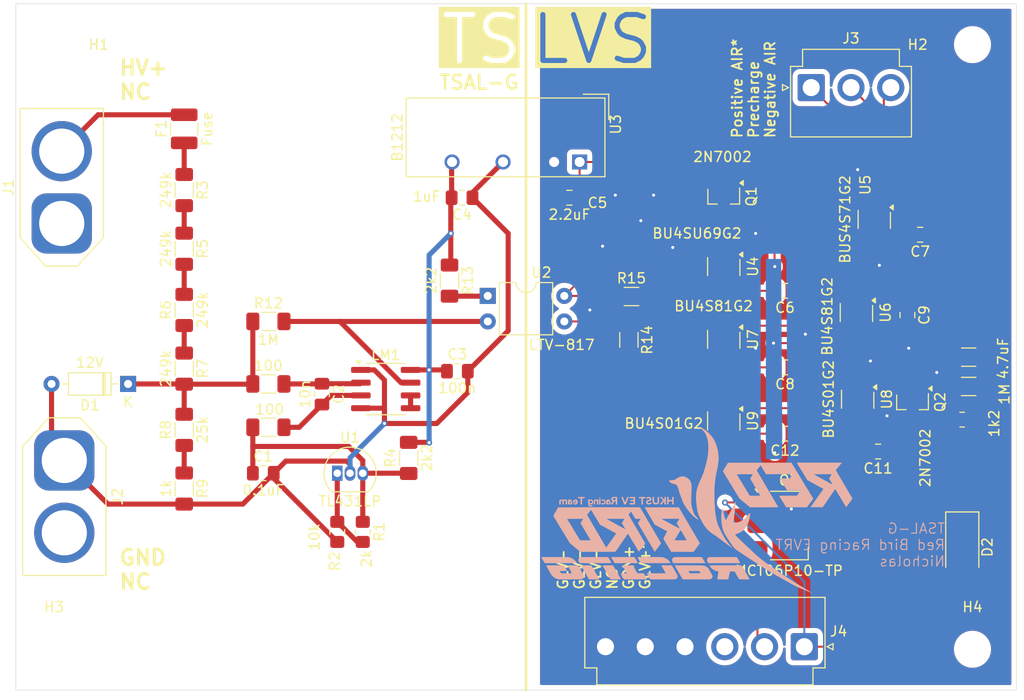
<source format=kicad_pcb>
(kicad_pcb (version 20240108) (generator "pcbnew") (generator_version "8.0")
  (layers (0 "F.Cu" signal) (31 "B.Cu" signal) (34 "B.Paste" user) (35 "F.Paste" user) (36 "B.SilkS" user "B.Silkscreen") (37 "F.SilkS" user "F.Silkscreen") (38 "B.Mask" user) (39 "F.Mask" user) (44 "Edge.Cuts" user))
  (net 0 "")
  (net 1 "+12V")
  (net 2 "/Vref")
  (net 3 "Net-(LM1-+)")
  (net 4 "Net-(LM1--)")
  (net 5 "Net-(R5-Pad2)")
  (net 6 "/Vin")
  (net 7 "GND")
  (net 8 "Net-(R6-Pad1)")
  (net 9 "Net-(R8-Pad1)")
  (net 10 "VCC")
  (net 11 "GLV-")
  (net 12 "Net-(Q2-G)")
  (net 13 "GLV+")
  (net 14 "Net-(F1-Pad1)")
  (net 15 "Out +")
  (net 16 "Out Precharge")
  (net 17 "Out -")
  (net 18 "/GRN+")
  (net 20 "Net-(LM1-BAL)")
  (net 21 "Net-(LM1-Pad7)")
  (net 22 "Net-(Q1-G)")
  (net 23 "Net-(Q1-D)")
  (net 24 "Net-(Q2-D)")
  (net 25 "Net-(Q3-G)")
  (net 26 "Net-(U1-REF)")
  (net 27 "Net-(R3-Pad2)")
  (net 28 "Net-(R13-Pad2)")
  (net 29 "Net-(U5-Pad4)")
  (net 30 "Net-(U4-Pad4)")
  (net 31 "Net-(U7-Pad4)")
  (net 32 "Net-(U6-Pad4)")
  (net 34 "Net-(J1-Pin_2)")
  (footprint "Capacitor_SMD:C_0805_2012Metric_Pad1.18x1.45mm_HandSolder" (layer "F.Cu") (at 152.781 69.215 180)
    (property "Reference" "C6" (at 0 -1.68 180) (layer "F.SilkS"))
    (property "Value" "0.1uF")
    (pad "1" smd roundrect (at -1.0375 0 180) (size 1.175 1.45) (layers "F.Cu" "F.Paste" "F.Mask") (roundrect_rratio 0.212766) (net 11 "GLV-"))
    (pad "2" smd roundrect (at 1.0375 0 180) (size 1.175 1.45) (layers "F.Cu" "F.Paste" "F.Mask") (roundrect_rratio 0.212766) (net 10 "VCC"))
  )
  (footprint "Package_TO_SOT_SMD:SOT-223-3_TabPin2" (layer "F.Cu") (at 153.187 92.583)
    (property "Reference" "Q3" (at 0 -4.5 0) (layer "F.SilkS"))
    (property "Value" "MCT06P10-TP" (at 0 4.5 0) (layer "F.SilkS"))
    (pad "1" smd roundrect (at -3.15 -2.3) (size 2 1.5) (layers "F.Cu" "F.Paste" "F.Mask") (net 13 "GLV+"))
    (pad "2" smd roundrect (at -3.15 0) (size 2 1.5) (layers "F.Cu" "F.Paste" "F.Mask") (net 25 "Net-(Q3-G)"))
    (pad "2" smd roundrect (at 3.15 0) (size 2 3.8) (layers "F.Cu" "F.Paste" "F.Mask") (net 25 "Net-(Q3-G)"))
    (pad "3" smd roundrect (at -3.15 2.3) (size 2 1.5) (layers "F.Cu" "F.Paste" "F.Mask") (net 18 "/GRN+"))
  )
  (footprint "Resistor_SMD:R_1206_3216Metric_Pad1.30x1.75mm_HandSolder" (layer "F.Cu") (at 119.38 68.199 -90)
    (property "Reference" "R13" (at 0 -1.82 90) (layer "F.SilkS"))
    (property "Value" "2k2" (at 0 1.82 90) (layer "F.SilkS"))
    (pad "1" smd roundrect (at -1.55 0 270) (size 1.3 1.75) (layers "F.Cu" "F.Paste" "F.Mask") (roundrect_rratio 0.192308) (net 1 "+12V"))
    (pad "2" smd roundrect (at 1.55 0 270) (size 1.3 1.75) (layers "F.Cu" "F.Paste" "F.Mask") (roundrect_rratio 0.192308) (net 28 "Net-(R13-Pad2)"))
  )
  (footprint "Package_TO_SOT_SMD:SOT-23-5_HandSoldering" (layer "F.Cu") (at 159.893 71.374 -90)
    (property "Reference" "U6" (at 0 -2.9 90) (layer "F.SilkS"))
    (property "Value" "BU4S81G2 " (at 0 2.9 90) (layer "F.SilkS"))
    (pad "1" smd roundrect (at -1.35 -0.95 270) (size 1.56 0.65) (layers "F.Cu" "F.Paste" "F.Mask") (net 29 "Net-(U5-Pad4)"))
    (pad "2" smd roundrect (at -1.35 0 270) (size 1.56 0.65) (layers "F.Cu" "F.Paste" "F.Mask") (net 17 "Out -"))
    (pad "3" smd roundrect (at -1.35 0.95 270) (size 1.56 0.65) (layers "F.Cu" "F.Paste" "F.Mask") (net 11 "GLV-"))
    (pad "4" smd roundrect (at 1.35 0.95 270) (size 1.56 0.65) (layers "F.Cu" "F.Paste" "F.Mask") (net 32 "Net-(U6-Pad4)"))
    (pad "5" smd roundrect (at 1.35 -0.95 270) (size 1.56 0.65) (layers "F.Cu" "F.Paste" "F.Mask") (net 10 "VCC"))
  )
  (footprint "Resistor_SMD:R_1206_3216Metric_Pad1.30x1.75mm_HandSolder" (layer "F.Cu") (at 92.964 83.058 90)
    (property "Reference" "R8" (at 0 -1.82 -90) (layer "F.SilkS"))
    (property "Value" "25k" (at 0 1.82 -90) (layer "F.SilkS"))
    (pad "1" smd roundrect (at -1.55 0 90) (size 1.3 1.75) (layers "F.Cu" "F.Paste" "F.Mask") (roundrect_rratio 0.192308) (net 9 "Net-(R8-Pad1)"))
    (pad "2" smd roundrect (at 1.55 0 90) (size 1.3 1.75) (layers "F.Cu" "F.Paste" "F.Mask") (roundrect_rratio 0.192308) (net 6 "/Vin"))
  )
  (footprint "Package_TO_SOT_SMD:SOT-23-5_HandSoldering" (layer "F.Cu") (at 146.685 82.169 -90)
    (property "Reference" "U9" (at 0 -2.9 90) (layer "F.SilkS"))
    (property "Value" "BU4S01G2" (at 0.254 5.969 180) (layer "F.SilkS"))
    (pad "1" smd roundrect (at -1.35 -0.95 270) (size 1.56 0.65) (layers "F.Cu" "F.Paste" "F.Mask") (net 25 "Net-(Q3-G)"))
    (pad "2" smd roundrect (at -1.35 0 270) (size 1.56 0.65) (layers "F.Cu" "F.Paste" "F.Mask") (net 31 "Net-(U7-Pad4)"))
    (pad "3" smd roundrect (at -1.35 0.95 270) (size 1.56 0.65) (layers "F.Cu" "F.Paste" "F.Mask") (net 11 "GLV-"))
    (pad "4" smd roundrect (at 1.35 0.95 270) (size 1.56 0.65) (layers "F.Cu" "F.Paste" "F.Mask"))
    (pad "5" smd roundrect (at 1.35 -0.95 270) (size 1.56 0.65) (layers "F.Cu" "F.Paste" "F.Mask") (net 10 "VCC"))
  )
  (footprint "Resistor_SMD:R_1206_3216Metric_Pad1.30x1.75mm_HandSolder" (layer "F.Cu") (at 92.964 59.182 -90)
    (property "Reference" "R3" (at 0 -1.82 90) (layer "F.SilkS"))
    (property "Value" "249k" (at 0 1.82 90) (layer "F.SilkS"))
    (pad "1" smd roundrect (at -1.55 0 270) (size 1.3 1.75) (layers "F.Cu" "F.Paste" "F.Mask") (roundrect_rratio 0.192308) (net 14 "Net-(F1-Pad1)"))
    (pad "2" smd roundrect (at 1.55 0 270) (size 1.3 1.75) (layers "F.Cu" "F.Paste" "F.Mask") (roundrect_rratio 0.192308) (net 27 "Net-(R3-Pad2)"))
  )
  (footprint "Capacitor_SMD:C_0805_2012Metric_Pad1.18x1.45mm_HandSolder" (layer "F.Cu") (at 106.68 79.502 -90)
    (property "Reference" "C2" (at 0 -1.68 90) (layer "F.SilkS"))
    (property "Value" "10n" (at 0 1.68 90) (layer "F.SilkS"))
    (pad "1" smd roundrect (at -1.0375 0 270) (size 1.175 1.45) (layers "F.Cu" "F.Paste" "F.Mask") (roundrect_rratio 0.212766) (net 3 "Net-(LM1-+)"))
    (pad "2" smd roundrect (at 1.0375 0 270) (size 1.175 1.45) (layers "F.Cu" "F.Paste" "F.Mask") (roundrect_rratio 0.212766) (net 4 "Net-(LM1--)"))
  )
  (footprint "Package_TO_SOT_SMD:SOT-23_Handsoldering" (layer "F.Cu") (at 146.685 59.817 -90)
    (property "Reference" "Q1" (at 0 -2.75 90) (layer "F.SilkS"))
    (property "Value" "2N7002" (at -3.937 0.127 180) (layer "F.SilkS"))
    (pad "1" smd roundrect (at -1.5 -0.95 270) (size 1.9 0.8) (layers "F.Cu" "F.Paste" "F.Mask") (net 23 "Net-(Q1-D)"))
    (pad "2" smd roundrect (at -1.5 0.95 270) (size 1.9 0.8) (layers "F.Cu" "F.Paste" "F.Mask") (net 22 "Net-(Q1-G)"))
    (pad "3" smd roundrect (at 1.5 0 270) (size 1.9 0.8) (layers "F.Cu" "F.Paste" "F.Mask") (net 11 "GLV-"))
  )
  (footprint "Resistor_SMD:R_0805_2012Metric_Pad1.20x1.40mm_HandSolder" (layer "F.Cu") (at 170.418 82.042 180)
    (property "Reference" "R17")
    (property "Value" "1k2" (at -3.191 -0.381 -90) (layer "F.SilkS"))
    (pad "1" smd roundrect (at -1 0 180) (size 1.2 1.4) (layers "F.Cu" "F.Paste" "F.Mask") (roundrect_rratio 0.208333) (net 10 "VCC"))
    (pad "2" smd roundrect (at 1 0 180) (size 1.2 1.4) (layers "F.Cu" "F.Paste" "F.Mask") (roundrect_rratio 0.208333) (net 24 "Net-(Q2-D)"))
  )
  (footprint "Resistor_SMD:R_0805_2012Metric_Pad1.20x1.40mm_HandSolder" (layer "F.Cu") (at 110.744 93.218 -90)
    (property "Reference" "R1" (at 0 -1.65 90) (layer "F.SilkS"))
    (property "Value" "2k" (at 2.667 -0.381 90) (layer "F.SilkS"))
    (pad "1" smd roundrect (at -1 0 270) (size 1.2 1.4) (layers "F.Cu" "F.Paste" "F.Mask") (roundrect_rratio 0.208333) (net 2 "/Vref"))
    (pad "2" smd roundrect (at 1 0 270) (size 1.2 1.4) (layers "F.Cu" "F.Paste" "F.Mask") (roundrect_rratio 0.208333) (net 26 "Net-(U1-REF)"))
  )
  (footprint "Connector_JST:JST_VH_B3P-VH_1x03_P3.96mm_Vertical" (layer "F.Cu") (at 155.3935 48.98)
    (property "Reference" "J3" (at 3.96 -4.9 0) (layer "F.SilkS"))
    (property "Value" "Conn_01x03")
    (pad "1" thru_hole roundrect (at 0 0) (size 2.7 2.7) (drill 1.7) (layers "*.Cu" "*.Mask") (roundrect_rratio 0.092593) (net 17 "Out -"))
    (pad "2" thru_hole circle (at 3.96 0) (size 2.7 2.7) (drill 1.7) (layers "*.Cu" "*.Mask") (net 16 "Out Precharge"))
    (pad "3" thru_hole circle (at 7.92 0) (size 2.7 2.7) (drill 1.7) (layers "*.Cu" "*.Mask") (net 15 "Out +"))
  )
  (footprint "Package_TO_SOT_SMD:SOT-23-5_HandSoldering" (layer "F.Cu") (at 160.02 80.01 -90)
    (property "Reference" "U8" (at 0 -2.9 90) (layer "F.SilkS"))
    (property "Value" "BU4S01G2" (at 0 2.9 90) (layer "F.SilkS"))
    (pad "1" smd roundrect (at -1.35 -0.95 270) (size 1.56 0.65) (layers "F.Cu" "F.Paste" "F.Mask") (net 11 "GLV-"))
    (pad "2" smd roundrect (at -1.35 0 270) (size 1.56 0.65) (layers "F.Cu" "F.Paste" "F.Mask") (net 24 "Net-(Q2-D)"))
    (pad "3" smd roundrect (at -1.35 0.95 270) (size 1.56 0.65) (layers "F.Cu" "F.Paste" "F.Mask") (net 11 "GLV-"))
    (pad "4" smd roundrect (at 1.35 0.95 270) (size 1.56 0.65) (layers "F.Cu" "F.Paste" "F.Mask") (net 25 "Net-(Q3-G)"))
    (pad "5" smd roundrect (at 1.35 -0.95 270) (size 1.56 0.65) (layers "F.Cu" "F.Paste" "F.Mask") (net 10 "VCC"))
  )
  (footprint "Diode_SMD:D_SMA" (layer "F.Cu") (at 170.434 94.742 -90)
    (property "Reference" "D2" (at 0 -2.5 90) (layer "F.SilkS"))
    (property "Value" "D")
    (pad "1" smd roundrect (at -2 0 270) (size 2.5 1.8) (layers "F.Cu" "F.Paste" "F.Mask") (roundrect_rratio 0.1388888889) (net 10 "VCC"))
    (pad "2" smd roundrect (at 2 0 270) (size 2.5 1.8) (layers "F.Cu" "F.Paste" "F.Mask") (roundrect_rratio 0.1388888889) (net 13 "GLV+"))
  )
  (footprint "Capacitor_SMD:C_0805_2012Metric_Pad1.18x1.45mm_HandSolder" (layer "F.Cu") (at 162.052 85.217 180)
    (property "Reference" "C11" (at 0 -1.68 180) (layer "F.SilkS"))
    (property "Value" "0.1uF")
    (pad "1" smd roundrect (at -1.0375 0 180) (size 1.175 1.45) (layers "F.Cu" "F.Paste" "F.Mask") (roundrect_rratio 0.212766) (net 11 "GLV-"))
    (pad "2" smd roundrect (at 1.0375 0 180) (size 1.175 1.45) (layers "F.Cu" "F.Paste" "F.Mask") (roundrect_rratio 0.212766) (net 10 "VCC"))
  )
  (footprint "Resistor_SMD:R_1206_3216Metric_Pad1.30x1.75mm_HandSolder" (layer "F.Cu") (at 92.964 71.12 90)
    (property "Reference" "R6" (at 0 -1.82 90) (layer "F.SilkS"))
    (property "Value" "249k" (at 0 1.82 90) (layer "F.SilkS"))
    (pad "1" smd roundrect (at -1.55 0 90) (size 1.3 1.75) (layers "F.Cu" "F.Paste" "F.Mask") (roundrect_rratio 0.192308) (net 8 "Net-(R6-Pad1)"))
    (pad "2" smd roundrect (at 1.55 0 90) (size 1.3 1.75) (layers "F.Cu" "F.Paste" "F.Mask") (roundrect_rratio 0.192308) (net 5 "Net-(R5-Pad2)"))
  )
  (footprint "Package_TO_SOT_SMD:SOT-23-5_HandSoldering" (layer "F.Cu") (at 146.685 74.041 -90)
    (property "Reference" "U7" (at 0 -2.9 90) (layer "F.SilkS"))
    (property "Value" "BU4S81G2 " (at -3.302 0.635 180) (layer "F.SilkS"))
    (pad "1" smd roundrect (at -1.35 -0.95 270) (size 1.56 0.65) (layers "F.Cu" "F.Paste" "F.Mask") (net 32 "Net-(U6-Pad4)"))
    (pad "2" smd roundrect (at -1.35 0 270) (size 1.56 0.65) (layers "F.Cu" "F.Paste" "F.Mask") (net 30 "Net-(U4-Pad4)"))
    (pad "3" smd roundrect (at -1.35 0.95 270) (size 1.56 0.65) (layers "F.Cu" "F.Paste" "F.Mask") (net 11 "GLV-"))
    (pad "4" smd roundrect (at 1.35 0.95 270) (size 1.56 0.65) (layers "F.Cu" "F.Paste" "F.Mask") (net 31 "Net-(U7-Pad4)"))
    (pad "5" smd roundrect (at 1.35 -0.95 270) (size 1.56 0.65) (layers "F.Cu" "F.Paste" "F.Mask") (net 10 "VCC"))
  )
  (footprint "MountingHole:MountingHole_3.2mm_M3" (layer "F.Cu") (at 171.45 44.704)
    (property "Reference" "H2" (at -5.461 0 0) (layer "F.SilkS"))
    (property "Value" "MountingHole")
    (pad "" np_thru_hole circle (at 0 0) (size 3.2 3.2) (drill 3.2) (layers "*.Cu" "*.Mask"))
  )
  (footprint "MountingHole:MountingHole_3.2mm_M3" (layer "F.Cu") (at 80.01 104.902)
    (property "Reference" "H3" (at 0 -4.2 0) (layer "F.SilkS"))
    (property "Value" "MountingHole")
    (pad "" np_thru_hole circle (at 0 0) (size 3.2 3.2) (drill 3.2) (layers "*.Cu" "*.Mask"))
  )
  (footprint "Capacitor_SMD:C_1206_3216Metric_Pad1.33x1.80mm_HandSolder" (layer "F.Cu") (at 171.069 75.819)
    (property "Reference" "C10")
    (property "Value" "4.7uF" (at 3.429 0.127 90) (layer "F.SilkS"))
    (pad "1" smd roundrect (at -1.5625 0) (size 1.325 1.8) (layers "F.Cu" "F.Paste" "F.Mask") (roundrect_rratio 0.188679) (net 12 "Net-(Q2-G)"))
    (pad "2" smd roundrect (at 1.5625 0) (size 1.325 1.8) (layers "F.Cu" "F.Paste" "F.Mask") (roundrect_rratio 0.188679) (net 11 "GLV-"))
  )
  (footprint "Resistor_SMD:R_1206_3216Metric_Pad1.30x1.75mm_HandSolder" (layer "F.Cu") (at 92.964 76.962 -90)
    (property "Reference" "R7" (at 0 -1.82 90) (layer "F.SilkS"))
    (property "Value" "249k" (at 0 1.82 90) (layer "F.SilkS"))
    (pad "1" smd roundrect (at -1.55 0 270) (size 1.3 1.75) (layers "F.Cu" "F.Paste" "F.Mask") (roundrect_rratio 0.192308) (net 8 "Net-(R6-Pad1)"))
    (pad "2" smd roundrect (at 1.55 0 270) (size 1.3 1.75) (layers "F.Cu" "F.Paste" "F.Mask") (roundrect_rratio 0.192308) (net 6 "/Vin"))
  )
  (footprint "Capacitor_SMD:C_0805_2012Metric_Pad1.18x1.45mm_HandSolder" (layer "F.Cu") (at 152.781 83.439 180)
    (property "Reference" "C12" (at 0 -1.68 180) (layer "F.SilkS"))
    (property "Value" "0.1uF")
    (pad "1" smd roundrect (at -1.0375 0 180) (size 1.175 1.45) (layers "F.Cu" "F.Paste" "F.Mask") (roundrect_rratio 0.212766) (net 11 "GLV-"))
    (pad "2" smd roundrect (at 1.0375 0 180) (size 1.175 1.45) (layers "F.Cu" "F.Paste" "F.Mask") (roundrect_rratio 0.212766) (net 10 "VCC"))
  )
  (footprint "Resistor_SMD:R_1206_3216Metric_Pad1.30x1.75mm_HandSolder" (layer "F.Cu") (at 92.964 88.9 -90)
    (property "Reference" "R9" (at 0 -1.82 90) (layer "F.SilkS"))
    (property "Value" "1k" (at 0 1.82 90) (layer "F.SilkS"))
    (pad "1" smd roundrect (at -1.55 0 270) (size 1.3 1.75) (layers "F.Cu" "F.Paste" "F.Mask") (roundrect_rratio 0.192308) (net 9 "Net-(R8-Pad1)"))
    (pad "2" smd roundrect (at 1.55 0 270) (size 1.3 1.75) (layers "F.Cu" "F.Paste" "F.Mask") (roundrect_rratio 0.192308) (net 7 "GND"))
  )
  (footprint "Converter_DCDC:Converter_DCDC_TRACO_TBA2-xxxx_Single_THT" (layer "F.Cu") (at 132.334 56.388 -90)
    (property "Reference" "U3" (at -3.75 -3.6 90) (layer "F.SilkS"))
    (property "Value" "B1212" (at -2.45 18.15 90) (layer "F.SilkS"))
    (pad "1" thru_hole rect (at 0 0 270) (size 1.5 1.5) (drill 1) (layers "*.Cu" "*.Mask") (net 10 "VCC"))
    (pad "2" thru_hole circle (at 0 2.54 270) (size 1.5 1.5) (drill 1) (layers "*.Cu" "*.Mask") (net 11 "GLV-"))
    (pad "4" thru_hole circle (at 0 7.62 270) (size 1.5 1.5) (drill 1) (layers "*.Cu" "*.Mask") (net 7 "GND"))
    (pad "6" thru_hole circle (at 0 12.7 270) (size 1.5 1.5) (drill 1) (layers "*.Cu" "*.Mask") (net 1 "+12V"))
  )
  (footprint "Resistor_SMD:R_1206_3216Metric_Pad1.30x1.75mm_HandSolder" (layer "F.Cu") (at 171.069 78.74 180)
    (property "Reference" "R16")
    (property "Value" "1M" (at -3.556 -0.762 -90) (layer "F.SilkS"))
    (pad "1" smd roundrect (at -1.55 0 180) (size 1.3 1.75) (layers "F.Cu" "F.Paste" "F.Mask") (roundrect_rratio 0.192308) (net 10 "VCC"))
    (pad "2" smd roundrect (at 1.55 0 180) (size 1.3 1.75) (layers "F.Cu" "F.Paste" "F.Mask") (roundrect_rratio 0.192308) (net 12 "Net-(Q2-G)"))
  )
  (footprint "Resistor_SMD:R_0805_2012Metric_Pad1.20x1.40mm_HandSolder" (layer "F.Cu") (at 108.204 93.218 -90)
    (property "Reference" "R2" (at 2.921 0.254 90) (layer "F.SilkS"))
    (property "Value" "10k" (at 0.508 2.286 90) (layer "F.SilkS"))
    (pad "1" smd roundrect (at -1 0 270) (size 1.2 1.4) (layers "F.Cu" "F.Paste" "F.Mask") (roundrect_rratio 0.208333) (net 26 "Net-(U1-REF)"))
    (pad "2" smd roundrect (at 1 0 270) (size 1.2 1.4) (layers "F.Cu" "F.Paste" "F.Mask") (roundrect_rratio 0.208333) (net 7 "GND"))
  )
  (footprint "Package_TO_SOT_THT:TO-92_Inline" (layer "F.Cu") (at 108.204 87.376)
    (property "Reference" "U1" (at 1.27 -3.56 0) (layer "F.SilkS"))
    (property "Value" "TL431LP" (at 1.27 2.79 0) (layer "F.SilkS"))
    (pad "1" thru_hole rect (at 0 0) (size 1.05 1.5) (drill 0.75) (layers "*.Cu" "*.Mask") (net 26 "Net-(U1-REF)"))
    (pad "2" thru_hole oval (at 1.27 0) (size 1.05 1.5) (drill 0.75) (layers "*.Cu" "*.Mask") (net 7 "GND"))
    (pad "3" thru_hole oval (at 2.54 0) (size 1.05 1.5) (drill 0.75) (layers "*.Cu" "*.Mask") (net 2 "/Vref"))
  )
  (footprint "Fuse:Fuse_1210_3225Metric" (layer "F.Cu") (at 92.964 53.086 90)
    (property "Reference" "F1" (at 0 -2.28 -90) (layer "F.SilkS"))
    (property "Value" "Fuse" (at 0 2.28 -90) (layer "F.SilkS"))
    (pad "1" smd roundrect (at -1.4 0 90) (size 1.25 2.65) (layers "F.Cu" "F.Paste" "F.Mask") (roundrect_rratio 0.2) (net 14 "Net-(F1-Pad1)"))
    (pad "2" smd roundrect (at 1.4 0 90) (size 1.25 2.65) (layers "F.Cu" "F.Paste" "F.Mask") (roundrect_rratio 0.2) (net 34 "Net-(J1-Pin_2)"))
  )
  (footprint "Resistor_SMD:R_1206_3216Metric_Pad1.30x1.75mm_HandSolder" (layer "F.Cu") (at 137.494 69.784)
    (property "Reference" "R15" (at 0 -1.82 0) (layer "F.SilkS"))
    (property "Value" "~")
    (pad "1" smd roundrect (at -1.55 0) (size 1.3 1.75) (layers "F.Cu" "F.Paste" "F.Mask") (roundrect_rratio 0.192308) (net 10 "VCC"))
    (pad "2" smd roundrect (at 1.55 0) (size 1.3 1.75) (layers "F.Cu" "F.Paste" "F.Mask") (roundrect_rratio 0.192308) (net 23 "Net-(Q1-D)"))
  )
  (footprint "Capacitor_SMD:C_0805_2012Metric_Pad1.18x1.45mm_HandSolder" (layer "F.Cu") (at 152.781 76.835 180)
    (property "Reference" "C8" (at 0 -1.68 180) (layer "F.SilkS"))
    (property "Value" "0.1uF")
    (pad "1" smd roundrect (at -1.0375 0 180) (size 1.175 1.45) (layers "F.Cu" "F.Paste" "F.Mask") (roundrect_rratio 0.212766) (net 11 "GLV-"))
    (pad "2" smd roundrect (at 1.0375 0 180) (size 1.175 1.45) (layers "F.Cu" "F.Paste" "F.Mask") (roundrect_rratio 0.212766) (net 10 "VCC"))
  )
  (footprint "Package_TO_SOT_SMD:SOT-23_Handsoldering" (layer "F.Cu") (at 165.481 80.288 -90)
    (property "Reference" "Q2" (at 0 -2.75 90) (layer "F.SilkS"))
    (property "Value" "2N7002" (at 5.564 -1.27 90) (layer "F.SilkS"))
    (pad "1" smd roundrect (at -1.5 -0.95 270) (size 1.9 0.8) (layers "F.Cu" "F.Paste" "F.Mask") (net 24 "Net-(Q2-D)"))
    (pad "2" smd roundrect (at -1.5 0.95 270) (size 1.9 0.8) (layers "F.Cu" "F.Paste" "F.Mask") (net 12 "Net-(Q2-G)"))
    (pad "3" smd roundrect (at 1.5 0 270) (size 1.9 0.8) (layers "F.Cu" "F.Paste" "F.Mask") (net 11 "GLV-"))
  )
  (footprint "MountingHole:MountingHole_3.2mm_M3" (layer "F.Cu") (at 80.01 44.704)
    (property "Reference" "H1" (at 4.445 0 0) (layer "F.SilkS"))
    (property "Value" "MountingHole")
    (pad "" np_thru_hole circle (at 0 0) (size 3.2 3.2) (drill 3.2) (layers "*.Cu" "*.Mask"))
  )
  (footprint "Package_DIP:DIP-4_W7.62mm" (layer "F.Cu") (at 123.19 69.723)
    (property "Reference" "U2" (at 5.334 -2.33 0) (layer "F.SilkS"))
    (property "Value" "LTV-817" (at 7.366 4.87 0) (layer "F.SilkS"))
    (pad "1" thru_hole rect (at 0 0) (size 1.6 1.6) (drill 0.8) (layers "*.Cu" "*.Mask") (net 28 "Net-(R13-Pad2)"))
    (pad "2" thru_hole oval (at 0 2.54) (size 1.6 1.6) (drill 0.8) (layers "*.Cu" "*.Mask") (net 21 "Net-(LM1-Pad7)"))
    (pad "3" thru_hole oval (at 7.62 2.54) (size 1.6 1.6) (drill 0.8) (layers "*.Cu" "*.Mask") (net 22 "Net-(Q1-G)"))
    (pad "4" thru_hole oval (at 7.62 0) (size 1.6 1.6) (drill 0.8) (layers "*.Cu" "*.Mask") (net 10 "VCC"))
  )
  (footprint "Diode_THT:D_DO-35_SOD27_P7.62mm_Horizontal" (layer "F.Cu") (at 87.376 78.486 180)
    (property "Reference" "D1" (at 3.81 -2.12 180) (layer "F.SilkS"))
    (property "Value" "12V" (at 3.81 2.12 180) (layer "F.SilkS"))
    (fp_text user "K" (at 0 -1.8 180) (layer "F.SilkS"))
    (pad "1" thru_hole rect (at 0 0 180) (size 1.6 1.6) (drill 0.8) (layers "*.Cu" "*.Mask") (net 6 "/Vin"))
    (pad "2" thru_hole oval (at 7.62 0 180) (size 1.6 1.6) (drill 0.8) (layers "*.Cu" "*.Mask") (net 7 "GND"))
  )
  (footprint "Package_TO_SOT_SMD:SOT-23-5_HandSoldering" (layer "F.Cu") (at 146.685 66.802 -90)
    (property "Reference" "U4" (at 0 -2.9 90) (layer "F.SilkS"))
    (property "Value" "BU4SU69G2" (at -3.302 2.667 180) (layer "F.SilkS"))
    (pad "1" smd roundrect (at -1.35 -0.95 270) (size 1.56 0.65) (layers "F.Cu" "F.Paste" "F.Mask"))
    (pad "2" smd roundrect (at -1.35 0 270) (size 1.56 0.65) (layers "F.Cu" "F.Paste" "F.Mask") (net 23 "Net-(Q1-D)"))
    (pad "3" smd roundrect (at -1.35 0.95 270) (size 1.56 0.65) (layers "F.Cu" "F.Paste" "F.Mask") (net 11 "GLV-"))
    (pad "4" smd roundrect (at 1.35 0.95 270) (size 1.56 0.65) (layers "F.Cu" "F.Paste" "F.Mask") (net 30 "Net-(U4-Pad4)"))
    (pad "5" smd roundrect (at 1.35 -0.95 270) (size 1.56 0.65) (layers "F.Cu" "F.Paste" "F.Mask") (net 10 "VCC"))
  )
  (footprint "Capacitor_SMD:C_0805_2012Metric_Pad1.18x1.45mm_HandSolder" (layer "F.Cu") (at 166.243 63.627 180)
    (property "Reference" "C7" (at 0 -1.68 180) (layer "F.SilkS"))
    (property "Value" "0.1uF")
    (pad "1" smd roundrect (at -1.0375 0 180) (size 1.175 1.45) (layers "F.Cu" "F.Paste" "F.Mask") (roundrect_rratio 0.212766) (net 11 "GLV-"))
    (pad "2" smd roundrect (at 1.0375 0 180) (size 1.175 1.45) (layers "F.Cu" "F.Paste" "F.Mask") (roundrect_rratio 0.212766) (net 10 "VCC"))
  )
  (footprint "Resistor_SMD:R_1206_3216Metric_Pad1.30x1.75mm_HandSolder" (layer "F.Cu") (at 115.316 85.852 90)
    (property "Reference" "R4" (at 0 -1.82 -90) (layer "F.SilkS"))
    (property "Value" "2k2" (at 0 1.82 -90) (layer "F.SilkS"))
    (pad "1" smd roundrect (at -1.55 0 90) (size 1.3 1.75) (layers "F.Cu" "F.Paste" "F.Mask") (roundrect_rratio 0.192308) (net 2 "/Vref"))
    (pad "2" smd roundrect (at 1.55 0 90) (size 1.3 1.75) (layers "F.Cu" "F.Paste" "F.Mask") (roundrect_rratio 0.192308) (net 1 "+12V"))
  )
  (footprint "Capacitor_SMD:C_0805_2012Metric_Pad1.18x1.45mm_HandSolder" (layer "F.Cu") (at 131.318 59.944)
    (property "Reference" "C5" (at 2.794 0.508 0) (layer "F.SilkS"))
    (property "Value" "2.2uF" (at 0 1.68 0) (layer "F.SilkS"))
    (pad "1" smd roundrect (at -1.0375 0) (size 1.175 1.45) (layers "F.Cu" "F.Paste" "F.Mask") (roundrect_rratio 0.212766) (net 11 "GLV-"))
    (pad "2" smd roundrect (at 1.0375 0) (size 1.175 1.45) (layers "F.Cu" "F.Paste" "F.Mask") (roundrect_rratio 0.212766) (net 10 "VCC"))
  )
  (footprint "Capacitor_SMD:C_0805_2012Metric_Pad1.18x1.45mm_HandSolder" (layer "F.Cu") (at 100.838 87.376)
    (property "Reference" "C1" (at 0 -1.68 0) (layer "F.SilkS"))
    (property "Value" "0.1uF" (at 0 1.68 0) (layer "F.SilkS"))
    (pad "1" smd roundrect (at -1.0375 0) (size 1.175 1.45) (layers "F.Cu" "F.Paste" "F.Mask") (roundrect_rratio 0.212766) (net 2 "/Vref"))
    (pad "2" smd roundrect (at 1.0375 0) (size 1.175 1.45) (layers "F.Cu" "F.Paste" "F.Mask") (roundrect_rratio 0.212766) (net 7 "GND"))
  )
  (footprint "Connector_AMASS:AMASS_XT60-M_1x02_P7.20mm_Vertical" (layer "F.Cu") (at 80.772 62.5094 90)
    (property "Reference" "J1" (at 3.6 -5.3 -90) (layer "F.SilkS"))
    (property "Value" "Conn_01x02_Pin")
    (pad "1" thru_hole roundrect (at 0 0 90) (size 6 6) (drill 4.5) (layers "*.Cu" "*.Mask"))
    (pad "2" thru_hole circle (at 7.2 0 90) (size 6 6) (drill 4.5) (layers "*.Cu" "*.Mask") (net 34 "Net-(J1-Pin_2)"))
  )
  (footprint "Capacitor_SMD:C_0805_2012Metric_Pad1.18x1.45mm_HandSolder" (layer "F.Cu") (at 120.1635 77.216)
    (property "Reference" "C3" (at 0 -1.68 0) (layer "F.SilkS"))
    (property "Value" "100n" (at 0 1.68 0) (layer "F.SilkS"))
    (pad "1" smd roundrect (at -1.0375 0) (size 1.175 1.45) (layers "F.Cu" "F.Paste" "F.Mask") (roundrect_rratio 0.212766) (net 1 "+12V"))
    (pad "2" smd roundrect (at 1.0375 0) (size 1.175 1.45) (layers "F.Cu" "F.Paste" "F.Mask") (roundrect_rratio 0.212766) (net 7 "GND"))
  )
  (footprint "Resistor_SMD:R_1206_3216Metric_Pad1.30x1.75mm_HandSolder" (layer "F.Cu") (at 101.346 82.804 180)
    (property "Reference" "R11")
    (property "Value" "100" (at -0.127 1.778 180) (layer "F.SilkS"))
    (pad "1" smd roundrect (at -1.55 0 180) (size 1.3 1.75) (layers "F.Cu" "F.Paste" "F.Mask") (roundrect_rratio 0.192308) (net 4 "Net-(LM1--)"))
    (pad "2" smd roundrect (at 1.55 0 180) (size 1.3 1.75) (layers "F.Cu" "F.Paste" "F.Mask") (roundrect_rratio 0.192308) (net 2 "/Vref"))
  )
  (footprint "Resistor_SMD:R_1206_3216Metric_Pad1.30x1.75mm_HandSolder" (layer "F.Cu") (at 101.346 78.486 180)
    (property "Reference" "R10")
    (property "Value" "100" (at 0 1.82 180) (layer "F.SilkS"))
    (pad "1" smd roundrect (at -1.55 0 180) (size 1.3 1.75) (layers "F.Cu" "F.Paste" "F.Mask") (roundrect_rratio 0.192308) (net 3 "Net-(LM1-+)"))
    (pad "2" smd roundrect (at 1.55 0 180) (size 1.3 1.75) (layers "F.Cu" "F.Paste" "F.Mask") (roundrect_rratio 0.192308) (net 6 "/Vin"))
  )
  (footprint "Resistor_SMD:R_1206_3216Metric_Pad1.30x1.75mm_HandSolder" (layer "F.Cu") (at 92.964 65.024 -90)
    (property "Reference" "R5" (at 0 -1.82 90) (layer "F.SilkS"))
    (property "Value" "249k" (at 0 1.82 90) (layer "F.SilkS"))
    (pad "1" smd roundrect (at -1.55 0 270) (size 1.3 1.75) (layers "F.Cu" "F.Paste" "F.Mask") (roundrect_rratio 0.192308) (net 27 "Net-(R3-Pad2)"))
    (pad "2" smd roundrect (at 1.55 0 270) (size 1.3 1.75) (layers "F.Cu" "F.Paste" "F.Mask") (roundrect_rratio 0.192308) (net 5 "Net-(R5-Pad2)"))
  )
  (footprint "Resistor_SMD:R_1206_3216Metric_Pad1.30x1.75mm_HandSolder" (layer "F.Cu") (at 137.24 74.102 -90)
    (property "Reference" "R14" (at 0 -1.82 90) (layer "F.SilkS"))
    (property "Value" "10k")
    (pad "1" smd roundrect (at -1.55 0 270) (size 1.3 1.75) (layers "F.Cu" "F.Paste" "F.Mask") (roundrect_rratio 0.192308) (net 22 "Net-(Q1-G)"))
    (pad "2" smd roundrect (at 1.55 0 270) (size 1.3 1.75) (layers "F.Cu" "F.Paste" "F.Mask") (roundrect_rratio 0.192308) (net 11 "GLV-"))
  )
  (footprint "Resistor_SMD:R_1206_3216Metric_Pad1.30x1.75mm_HandSolder" (layer "F.Cu") (at 101.346 72.263)
    (property "Reference" "R12" (at 0 -1.82 0) (layer "F.SilkS"))
    (property "Value" "1M" (at 0 1.82 0) (layer "F.SilkS"))
    (pad "1" smd roundrect (at -1.55 0) (size 1.3 1.75) (layers "F.Cu" "F.Paste" "F.Mask") (roundrect_rratio 0.192308) (net 6 "/Vin"))
    (pad "2" smd roundrect (at 1.55 0) (size 1.3 1.75) (layers "F.Cu" "F.Paste" "F.Mask") (roundrect_rratio 0.192308) (net 21 "Net-(LM1-Pad7)"))
  )
  (footprint "Capacitor_SMD:C_0805_2012Metric_Pad1.18x1.45mm_HandSolder" (layer "F.Cu") (at 164.973 71.628 -90)
    (property "Reference" "C9" (at 0 -1.68 90) (layer "F.SilkS"))
    (property "Value" "0.1uF")
    (pad "1" smd roundrect (at -1.0375 0 270) (size 1.175 1.45) (layers "F.Cu" "F.Paste" "F.Mask") (roundrect_rratio 0.212766) (net 11 "GLV-"))
    (pad "2" smd roundrect (at 1.0375 0 270) (size 1.175 1.45) (layers "F.Cu" "F.Paste" "F.Mask") (roundrect_rratio 0.212766) (net 10 "VCC"))
  )
  (footprint "Capacitor_SMD:C_0805_2012Metric_Pad1.18x1.45mm_HandSolder" (layer "F.Cu") (at 120.6285 59.944 180)
    (property "Reference" "C4" (at 0 -1.68 180) (layer "F.SilkS"))
    (property "Value" "1uF" (at 3.5345 0.127 180) (layer "F.SilkS"))
    (pad "1" smd roundrect (at -1.0375 0 180) (size 1.175 1.45) (layers "F.Cu" "F.Paste" "F.Mask") (roundrect_rratio 0.212766) (net 7 "GND"))
    (pad "2" smd roundrect (at 1.0375 0 180) (size 1.175 1.45) (layers "F.Cu" "F.Paste" "F.Mask") (roundrect_rratio 0.212766) (net 1 "+12V"))
  )
  (footprint "MountingHole:MountingHole_3.2mm_M3" (layer "F.Cu") (at 171.45 104.902)
    (property "Reference" "H4" (at 0 -4.2 0) (layer "F.SilkS"))
    (property "Value" "MountingHole")
    (pad "" np_thru_hole circle (at 0 0) (size 3.2 3.2) (drill 3.2) (layers "*.Cu" "*.Mask"))
  )
  (footprint "Connector_AMASS:AMASS_XT60-M_1x02_P7.20mm_Vertical" (layer "F.Cu") (at 81.026 86.106 -90)
    (property "Reference" "J2" (at 3.6 -5.3 90) (layer "F.SilkS"))
    (property "Value" "Conn_01x02_Pin")
    (pad "1" thru_hole roundrect (at 0 0 270) (size 6 6) (drill 4.5) (layers "*.Cu" "*.Mask") (net 7 "GND"))
    (pad "2" thru_hole circle (at 7.2 0 270) (size 6 6) (drill 4.5) (layers "*.Cu" "*.Mask"))
  )
  (footprint "Connector_JST:JST_VH_B6P-VH_1x06_P3.96mm_Vertical" (layer "F.Cu") (at 154.709 104.648 180)
    (property "Reference" "J4" (at -3.406 1.524 180) (layer "F.SilkS"))
    (property "Value" "Conn_01x06")
    (pad "1" thru_hole roundrect (at 0 0 180) (size 2.7 2.7) (drill 1.7) (layers "*.Cu" "*.Mask") (roundrect_rratio 0.092593) (net 13 "GLV+"))
    (pad "2" thru_hole circle (at 3.96 0 180) (size 2.7 2.7) (drill 1.7) (layers "*.Cu" "*.Mask") (net 18 "/GRN+"))
    (pad "3" thru_hole circle (at 7.92 0 180) (size 2.7 2.7) (drill 1.7) (layers "*.Cu" "*.Mask"))
    (pad "4" thru_hole circle (at 11.88 0 180) (size 2.7 2.7) (drill 1.7) (layers "*.Cu" "*.Mask") (net 11 "GLV-"))
    (pad "5" thru_hole circle (at 15.84 0 180) (size 2.7 2.7) (drill 1.7) (layers "*.Cu" "*.Mask") (net 11 "GLV-"))
    (pad "6" thru_hole circle (at 19.8 0 180) (size 2.7 2.7) (drill 1.7) (layers "*.Cu" "*.Mask") (net 11 "GLV-"))
  )
  (footprint "Package_SO:SOIC-8_3.9x4.9mm_P1.27mm" (layer "F.Cu") (at 113.03 78.994)
    (property "Reference" "LM1" (at 0 -3.4 0) (layer "F.SilkS"))
    (property "Value" "LM311")
    (pad "1" smd roundrect (at -2.475 -1.905) (size 1.95 0.6) (layers "F.Cu" "F.Paste" "F.Mask") (net 7 "GND"))
    (pad "2" smd roundrect (at -2.475 -0.635) (size 1.95 0.6) (layers "F.Cu" "F.Paste" "F.Mask") (net 3 "Net-(LM1-+)"))
    (pad "3" smd roundrect (at -2.475 0.635) (size 1.95 0.6) (layers "F.Cu" "F.Paste" "F.Mask") (net 4 "Net-(LM1--)"))
    (pad "4" smd roundrect (at -2.475 1.905) (size 1.95 0.6) (layers "F.Cu" "F.Paste" "F.Mask") (net 7 "GND"))
    (pad "5" smd roundrect (at 2.475 1.905) (size 1.95 0.6) (layers "F.Cu" "F.Paste" "F.Mask") (net 20 "Net-(LM1-BAL)"))
    (pad "6" smd roundrect (at 2.475 0.635) (size 1.95 0.6) (layers "F.Cu" "F.Paste" "F.Mask") (net 20 "Net-(LM1-BAL)"))
    (pad "7" smd roundrect (at 2.475 -0.635) (size 1.95 0.6) (layers "F.Cu" "F.Paste" "F.Mask") (net 21 "Net-(LM1-Pad7)"))
    (pad "8" smd roundrect (at 2.475 -1.905) (size 1.95 0.6) (layers "F.Cu" "F.Paste" "F.Mask") (net 1 "+12V"))
  )
  (footprint "Package_TO_SOT_SMD:SOT-23-5_HandSoldering" (layer "F.Cu") (at 161.671 62.103 -90)
    (property "Reference" "U5" (at -3.429 0.889 90) (layer "F.SilkS"))
    (property "Value" "BUS4S71G2" (at 0 2.9 90) (layer "F.SilkS"))
    (pad "1" smd roundrect (at -1.35 -0.95 270) (size 1.56 0.65) (layers "F.Cu" "F.Paste" "F.Mask") (net 15 "Out +"))
    (pad "2" smd roundrect (at -1.35 0 270) (size 1.56 0.65) (layers "F.Cu" "F.Paste" "F.Mask") (net 16 "Out Precharge"))
    (pad "3" smd roundrect (at -1.35 0.95 270) (size 1.56 0.65) (layers "F.Cu" "F.Paste" "F.Mask") (net 11 "GLV-"))
    (pad "4" smd roundrect (at 1.35 0.95 270) (size 1.56 0.65) (layers "F.Cu" "F.Paste" "F.Mask") (net 29 "Net-(U5-Pad4)"))
    (pad "5" smd roundrect (at 1.35 -0.95 270) (size 1.56 0.65) (layers "F.Cu" "F.Paste" "F.Mask") (net 10 "VCC"))
  )
  (footprint "RBR_logo:RBR_logo" (layer "B.Cu") (at 143.73464 90.967079 180)
    (property "Reference" "G***" (hide yes))
    (property "Value" "LOGO" (hide yes))
  )
  (gr_line (start 127 40.64) (end 127 108.966) (stroke (width 0.254)) (layer "F.SilkS"))
  (gr_rect (start 76.2 40.64) (end 175.819 108.966) (stroke (width 0.05)) (fill none) (layer "Edge.Cuts"))
  (gr_text "TSAL-G\nRed Bird Racing EVRT\nNicholas" (at 168.784 96.742 0) (layer "B.SilkS") (effects (font (size 1.016 1.016) (thickness 0.1016)) (justify left bottom mirror)))
  (gr_text "TS" (at 122.555 46.863 0) (layer "F.SilkS" knockout) (effects (font (size 4.572 4.572) (thickness 0.508) (bold yes)) (justify bottom)))
  (gr_text "TSAL-G\n" (at 118.237 49.276 0) (layer "F.SilkS") (effects (font (size 1.397 1.397) (thickness 0.254) (bold yes)) (justify left bottom)))
  (gr_text "GLV-\nGLV-\nGLV-\nNC\nGRN+\nGLV+*" (at 139.446 99.06 90) (layer "F.SilkS") (effects (font (size 1.016 1.016) (thickness 0.1778) (bold yes)) (justify left bottom)))
  (gr_text "GND\nNC" (at 86.36 99.06 0) (layer "F.SilkS") (effects (font (size 1.5 1.5) (thickness 0.3) (bold yes)) (justify left bottom)))
  (gr_text "Positive AIR*\nPrecharge\nNegative AIR" (at 151.892 54.102 90) (layer "F.SilkS") (effects (font (size 1.016 1.016) (thickness 0.1778) (bold yes)) (justify left bottom)))
  (gr_text "LVS" (at 127.254 46.863 0) (layer "F.SilkS" knockout) (effects (font (size 4.572 4.572) (thickness 0.508) (bold yes)) (justify left bottom)))
  (gr_text "HV+\nNC" (at 86.36 50.292 0) (layer "F.SilkS") (effects (font (size 1.5 1.5) (thickness 0.3) (bold yes)) (justify left bottom)))
  (segment (start 119.507 63.5) (end 119.507 60.028) (width 0.508) (layer "F.Cu") (net 1))
  (segment (start 117.322 84.302) (end 117.348 84.328) (width 0.508) (layer "F.Cu") (net 1))
  (segment (start 118.999 77.089) (end 119.126 77.216) (width 0.508) (layer "F.Cu") (net 1))
  (segment (start 115.316 84.302) (end 117.322 84.302) (width 0.508) (layer "F.Cu") (net 1))
  (segment (start 119.591 56.431) (end 119.634 56.388) (width 0.508) (layer "F.Cu") (net 1))
  (segment (start 117.348 77.089) (end 118.999 77.089) (width 0.508) (layer "F.Cu") (net 1))
  (segment (start 119.507 63.5) (end 119.507 66.522) (width 0.508) (layer "F.Cu") (net 1))
  (segment (start 115.505 77.089) (end 117.348 77.089) (width 0.508) (layer "F.Cu") (net 1))
  (segment (start 119.591 59.944) (end 119.591 56.431) (width 0.508) (layer "F.Cu") (net 1))
  (segment (start 119.507 66.522) (end 119.38 66.649) (width 0.508) (layer "F.Cu") (net 1))
  (segment (start 119.507 60.028) (end 119.591 59.944) (width 0.508) (layer "F.Cu") (net 1))
  (via (at 117.348 77.089) (size 0.6) (drill 0.3) (layers "F.Cu" "B.Cu") (net 1))
  (via (at 119.507 63.5) (size 0.6) (drill 0.3) (layers "F.Cu" "B.Cu") (net 1))
  (via (at 117.348 84.328) (size 0.6) (drill 0.3) (layers "F.Cu" "B.Cu") (net 1))
  (segment (start 117.348 77.089) (end 117.348 65.659) (width 0.508) (layer "B.Cu") (net 1))
  (segment (start 117.348 84.328) (end 117.348 77.089) (width 0.508) (layer "B.Cu") (net 1))
  (segment (start 117.348 65.659) (end 119.507 63.5) (width 0.508) (layer "B.Cu") (net 1))
  (segment (start 115.29 87.376) (end 115.316 87.402) (width 0.508) (layer "F.Cu") (net 2))
  (segment (start 99.796 87.3715) (end 99.8005 87.376) (width 0.508) (layer "F.Cu") (net 2))
  (segment (start 110.744 87.376) (end 115.29 87.376) (width 0.508) (layer "F.Cu") (net 2))
  (segment (start 99.796 82.804) (end 99.796 84.709) (width 0.508) (layer "F.Cu") (net 2))
  (segment (start 99.796 84.709) (end 99.796 87.3715) (width 0.508) (layer "F.Cu") (net 2))
  (segment (start 110.744 92.218) (end 110.744 91.974) (width 0.508) (layer "F.Cu") (net 2))
  (segment (start 110.744 86.118) (end 109.335 84.709) (width 0.508) (layer "F.Cu") (net 2))
  (segment (start 109.335 84.709) (end 99.796 84.709) (width 0.508) (layer "F.Cu") (net 2))
  (segment (start 110.744 92.218) (end 110.744 87.376) (width 0.508) (layer "F.Cu") (net 2))
  (segment (start 110.744 87.376) (end 110.744 86.118) (width 0.508) (layer "F.Cu") (net 2))
  (segment (start 110.4495 78.4645) (end 110.555 78.359) (width 0.508) (layer "F.Cu") (net 3))
  (segment (start 106.68 78.4645) (end 110.4495 78.4645) (width 0.508) (layer "F.Cu") (net 3))
  (segment (start 102.896 78.486) (end 106.6585 78.486) (width 0.508) (layer "F.Cu") (net 3))
  (segment (start 106.6585 78.486) (end 106.68 78.4645) (width 0.508) (layer "F.Cu") (net 3))
  (segment (start 107.5905 79.629) (end 106.68 80.5395) (width 0.508) (layer "F.Cu") (net 4))
  (segment (start 102.896 82.804) (end 104.4155 82.804) (width 0.508) (layer "F.Cu") (net 4))
  (segment (start 110.555 79.629) (end 107.5905 79.629) (width 0.508) (layer "F.Cu") (net 4))
  (segment (start 104.4155 82.804) (end 106.68 80.5395) (width 0.508) (layer "F.Cu") (net 4))
  (segment (start 92.964 66.574) (end 92.964 69.57) (width 0.508) (layer "F.Cu") (net 5))
  (segment (start 87.376 78.486) (end 92.938 78.486) (width 0.508) (layer "F.Cu") (net 6))
  (segment (start 99.796 78.486) (end 99.796 72.263) (width 0.508) (layer "F.Cu") (net 6))
  (segment (start 92.938 78.486) (end 92.964 78.512) (width 0.508) (layer "F.Cu") (net 6))
  (segment (start 92.964 78.512) (end 99.77 78.512) (width 0.508) (layer "F.Cu") (net 6))
  (segment (start 92.964 81.508) (end 92.964 78.512) (width 0.508) (layer "F.Cu") (net 6))
  (segment (start 99.77 78.512) (end 99.796 78.486) (width 0.508) (layer "F.Cu") (net 6))
  (segment (start 125.222 73.195) (end 121.201 77.216) (width 0.508) (layer "F.Cu") (net 7))
  (segment (start 112.903 82.423) (end 112.903 78.105) (width 0.508) (layer "F.Cu") (net 7))
  (segment (start 121.666 59.436) (end 124.714 56.388) (width 0.508) (layer "F.Cu") (net 7))
  (segment (start 110.555 80.899) (end 112.903 80.899) (width 0.508) (layer "F.Cu") (net 7))
  (segment (start 98.8015 90.45) (end 92.964 90.45) (width 0.508) (layer "F.Cu") (net 7))
  (segment (start 121.666 59.944) (end 125.222 63.5) (width 0.508) (layer "F.Cu") (net 7))
  (segment (start 103.0795 86.172) (end 109.159 86.172) (width 0.508) (layer "F.Cu") (net 7))
  (segment (start 121.666 59.944) (end 121.666 59.436) (width 0.508) (layer "F.Cu") (net 7))
  (segment (start 121.201 79.332) (end 121.201 77.216) (width 0.508) (layer "F.Cu") (net 7))
  (segment (start 79.756 84.836) (end 81.026 86.106) (width 0.508) (layer "F.Cu") (net 7))
  (segment (start 101.8755 87.376) (end 98.8015 90.45) (width 0.508) (layer "F.Cu") (net 7))
  (segment (start 118.11 82.423) (end 121.201 79.332) (width 0.508) (layer "F.Cu") (net 7))
  (segment (start 109.159 86.172) (end 109.474 86.487) (width 0.508) (layer "F.Cu") (net 7))
  (segment (start 108.204 94.218) (end 101.8755 87.8895) (width 0.508) (layer "F.Cu") (net 7))
  (segment (start 109.474 86.487) (end 109.474 87.376) (width 0.508) (layer "F.Cu") (net 7))
  (segment (start 112.903 82.423) (end 118.11 82.423) (width 0.508) (layer "F.Cu") (net 7))
  (segment (start 92.964 90.45) (end 85.37 90.45) (width 0.508) (layer "F.Cu") (net 7))
  (segment (start 101.8755 87.376) (end 103.0795 86.172) (width 0.508) (layer "F.Cu") (net 7))
  (segment (start 125.222 63.5) (end 125.222 73.195) (width 0.508) (layer "F.Cu") (net 7))
  (segment (start 101.8755 87.8895) (end 101.8755 87.376) (width 0.508) (layer "F.Cu") (net 7))
  (segment (start 85.37 90.45) (end 81.026 86.106) (width 0.508) (layer "F.Cu") (net 7))
  (segment (start 79.756 78.486) (end 79.756 84.836) (width 0.508) (layer "F.Cu") (net 7))
  (segment (start 111.887 77.089) (end 110.555 77.089) (width 0.508) (layer "F.Cu") (net 7))
  (segment (start 112.903 78.105) (end 111.887 77.089) (width 0.508) (layer "F.Cu") (net 7))
  (via (at 112.903 82.423) (size 0.6) (drill 0.3) (layers "F.Cu" "B.Cu") (net 7))
  (segment (start 112.903 82.423) (end 109.474 85.852) (width 0.508) (layer "B.Cu") (net 7))
  (segment (start 109.474 85.852) (end 109.474 87.376) (width 0.508) (layer "B.Cu") (net 7))
  (segment (start 92.964 72.67) (end 92.964 75.412) (width 0.508) (layer "F.Cu") (net 8))
  (segment (start 92.964 87.35) (end 92.964 84.608) (width 0.508) (layer "F.Cu") (net 9))
  (segment (start 147.715 83.439) (end 147.635 83.519) (width 0.2) (layer "F.Cu") (net 10))
  (segment (start 151.7435 83.439) (end 147.715 83.439) (width 0.2) (layer "F.Cu") (net 10))
  (segment (start 132.334 56.388) (end 132.334 59.9225) (width 0.2) (layer "F.Cu") (net 10))
  (segment (start 165.2055 63.627) (end 163.576 65.2565) (width 0.2) (layer "F.Cu") (net 10))
  (segment (start 171.196 77.317) (end 171.196 75.438) (width 0.2) (layer "F.Cu") (net 10))
  (segment (start 132.3555 59.944) (end 132.3555 68.1775) (width 0.2) (layer "F.Cu") (net 10))
  (segment (start 163.576 65.2565) (end 163.576 71.2685) (width 0.2) (layer "F.Cu") (net 10))
  (segment (start 164.9145 72.724) (end 164.973 72.6655) (width 0.2) (layer "F.Cu") (net 10))
  (segment (start 171.418 82.042) (end 171.418 79.941) (width 0.2) (layer "F.Cu") (net 10))
  (segment (start 151.765 66.802) (end 151.7435 66.8235) (width 0.2) (layer "F.Cu") (net 10))
  (segment (start 172.619 78.74) (end 171.196 77.317) (width 0.2) (layer "F.Cu") (net 10))
  (segment (start 151.7435 76.835) (end 151.7435 74.5275) (width 0.2) (layer "F.Cu") (net 10))
  (segment (start 135.883 69.723) (end 135.944 69.784) (width 0.2) (layer "F.Cu") (net 10))
  (segment (start 151.7435 83.439) (end 151.7435 85.3225) (width 0.2) (layer "F.Cu") (net 10))
  (segment (start 149.079 76.835) (end 151.7435 76.835) (width 0.2) (layer "F.Cu") (net 10))
  (segment (start 170.434 92.742) (end 170.434 83.026) (width 0.2) (layer "F.Cu") (net 10))
  (segment (start 147.635 68.152) (end 148.698 69.215) (width 0.2) (layer "F.Cu") (net 10))
  (segment (start 151.7435 74.5275) (end 151.638 74.422) (width 0.2) (layer "F.Cu") (net 10))
  (segment (start 132.3555 68.1775) (end 130.81 69.723) (width 0.2) (layer "F.Cu") (net 10))
  (segment (start 159.145 74.422) (end 160.843 72.724) (width 0.2) (layer "F.Cu") (net 10))
  (segment (start 151.638 74.422) (end 159.145 74.422) (width 0.2) (layer "F.Cu") (net 10))
  (segment (start 151.7435 60.762852) (end 151.7435 66.7805) (width 0.2) (layer "F.Cu") (net 10))
  (segment (start 163.576 71.2685) (end 164.973 72.6655) (width 0.2) (layer "F.Cu") (net 10))
  (segment (start 170.434 83.026) (end 171.418 82.042) (width 0.2) (layer "F.Cu") (net 10))
  (segment (start 130.81 69.723) (end 135.883 69.723) (width 0.2) (layer "F.Cu") (net 10))
  (segment (start 165.0315 63.453) (end 165.2055 63.627) (width 0.2) (layer "F.Cu") (net 10))
  (segment (start 132.334 56.388) (end 147.368648 56.388) (width 0.2) (layer "F.Cu") (net 10))
  (segment (start 170.418 83.042) (end 171.418 82.042) (width 0.2) (layer "F.Cu") (net 10))
  (segment (start 147.368648 56.388) (end 151.7435 60.762852) (width 0.2) (layer "F.Cu") (net 10))
  (segment (start 151.7435 66.7805) (end 151.765 66.802) (width 0.2) (layer "F.Cu") (net 10))
  (segment (start 168.4235 72.6655) (end 164.973 72.6655) (width 0.2) (layer "F.Cu") (net 10))
  (segment (start 163.1895 83.042) (end 170.418 83.042) (width 0.2) (layer "F.Cu") (net 10))
  (segment (start 171.418 79.941) (end 172.619 78.74) (width 0.2) (layer "F.Cu") (net 10))
  (segment (start 147.635 75.391) (end 149.079 76.835) (width 0.2) (layer "F.Cu") (net 10))
  (segment (start 148.698 69.215) (end 151.7435 69.215) (width 0.2) (layer "F.Cu") (net 10))
  (segment (start 151.7435 66.8235) (end 151.7435 69.215) (width 0.2) (layer "F.Cu") (net 10))
  (segment (start 132.334 59.9225) (end 132.3555 59.944) (width 0.2) (layer "F.Cu") (net 10))
  (segment (start 151.7435 85.3225) (end 151.765 85.344) (width 0.2) (layer "F.Cu") (net 10))
  (segment (start 160.843 72.724) (end 164.9145 72.724) (width 0.2) (layer "F.Cu") (net 10))
  (segment (start 162.621 63.453) (end 165.0315 63.453) (width 0.2) (layer "F.Cu") (net 10))
  (segment (start 161.0145 85.217) (end 163.1895 83.042) (width 0.2) (layer "F.Cu") (net 10))
  (segment (start 161.0145 81.4045) (end 160.97 81.36) (width 0.2) (layer "F.Cu") (net 10))
  (segment (start 171.196 75.438) (end 168.4235 72.6655) (width 0.2) (layer "F.Cu") (net 10))
  (segment (start 161.0145 85.217) (end 161.0145 81.4045) (width 0.2) (layer "F.Cu") (net 10))
  (via (at 151.765 66.802) (size 0.6) (drill 0.3) (layers "F.Cu" "B.Cu") (net 10))
  (via (at 151.638 74.422) (size 0.6) (drill 0.3) (layers "F.Cu" "B.Cu") (net 10))
  (via (at 151.765 85.344) (size 0.6) (drill 0.3) (layers "F.Cu" "B.Cu") (net 10))
  (via (at 162.179 66.675) (size 0.6) (drill 0.3) (layers "F.Cu" "B.Cu") (net 11))
  (via (at 167.894 77.343) (size 0.6) (drill 0.3) (layers "F.Cu" "B.Cu") (net 11))
  (via (at 153.416 90.932) (size 0.6) (drill 0.3) (layers "F.Cu" "B.Cu") (net 11))
  (via (at 138.43 62.23) (size 0.6) (drill 0.3) (layers "F.Cu" "B.Cu") (net 11))
  (via (at 133.35 71.12) (size 0.6) (drill 0.3) (layers "F.Cu" "B.Cu") (net 11))
  (via (at 154.813 73.533) (size 0.6) (drill 0.3) (layers "F.Cu" "B.Cu") (net 11))
  (via (at 165.1 74.93) (size 0.6) (drill 0.3) (layers "F.Cu" "B.Cu") (net 11))
  (via (at 162.941 81.661) (size 0.6) (drill 0.3) (layers "F.Cu" "B.Cu") (net 11))
  (via (at 139.7 59.69) (size 0.6) (drill 0.3) (layers "F.Cu" "B.Cu") (net 11))
  (via (at 141.605 64.897) (size 0.6) (drill 0.3) (layers "F.Cu" "B.Cu") (net 11))
  (via (at 135.89 59.69) (size 0.6) (drill 0.3) (layers "F.Cu" "B.Cu") (net 11))
  (via (at 134.62 64.77) (size 0.6) (drill 0.3) (layers "F.Cu" "B.Cu") (net 11))
  (via (at 149.86 74.93) (size 0.6) (drill 0.3) (layers "F.Cu" "B.Cu") (net 11))
  (via (at 160.02 57.15) (size 0.6) (drill 0.3) (layers "F.Cu" "B.Cu") (net 11))
  (via (at 161.29 76.2) (size 0.6) (drill 0.3) (layers "F.Cu" "B.Cu") (net 11))
  (via (at 149.86 63.5) (size 0.6) (drill 0.3) (layers "F.Cu" "B.Cu") (net 11))
  (segment (start 164.531 78.788) (end 167.5 75.819) (width 0.2) (layer "F.Cu") (net 12))
  (segment (start 169.519 75.8315) (end 169.5065 75.819) (width 0.2) (layer "F.Cu") (net 12))
  (segment (start 167.5 75.819) (end 169.5065 75.819) (width 0.2) (layer "F.Cu") (net 12))
  (segment (start 169.519 78.74) (end 169.519 75.8315) (width 0.2) (layer "F.Cu") (net 12))
  (segment (start 154.709 104.648) (end 162.528 104.648) (width 0.2) (layer "F.Cu") (net 13))
  (segment (start 162.528 104.648) (end 170.434 96.742) (width 0.2) (layer "F.Cu") (net 13))
  (segment (start 146.826 90.283) (end 150.037 90.283) (width 0.2) (layer "F.Cu") (net 13))
  (segment (start 146.812 90.297) (end 146.826 90.283) (width 0.2) (layer "F.Cu") (net 13))
  (via (at 146.812 90.297) (size 0.6) (drill 0.3) (layers "F.Cu" "B.Cu") (net 13))
  (segment (start 146.812 90.297) (end 154.709 98.194) (width 0.2) (layer "B.Cu") (net 13))
  (segment (start 154.709 98.194) (end 154.709 104.648) (width 0.2) (layer "B.Cu") (net 13))
  (segment (start 92.964 54.486) (end 92.964 57.632) (width 0.508) (layer "F.Cu") (net 14))
  (segment (start 162.621 49.6725) (end 163.3135 48.98) (width 0.2) (layer "F.Cu") (net 15))
  (segment (start 162.621 60.753) (end 162.621 49.6725) (width 0.2) (layer "F.Cu") (net 15))
  (segment (start 161.671 60.753) (end 161.671 51.2975) (width 0.2) (layer "F.Cu") (net 16))
  (segment (start 161.671 51.2975) (end 159.3535 48.98) (width 0.2) (layer "F.Cu") (net 16))
  (segment (start 155.3935 48.98) (end 158.242 51.8285) (width 0.2) (layer "F.Cu") (net 17))
  (segment (start 159.893 67.691) (end 159.893 70.024) (width 0.2) (layer "F.Cu") (net 17))
  (segment (start 158.242 66.04) (end 159.893 67.691) (width 0.2) (layer "F.Cu") (net 17))
  (segment (start 158.242 51.8285) (end 158.242 66.04) (width 0.2) (layer "F.Cu") (net 17))
  (segment (start 150.037 94.883) (end 150.037 103.936) (width 0.2) (layer "F.Cu") (net 18))
  (segment (start 150.037 103.936) (end 150.749 104.648) (width 0.2) (layer "F.Cu") (net 18))
  (segment (start 115.505 80.899) (end 115.505 79.629) (width 0.508) (layer "F.Cu") (net 20))
  (segment (start 123.19 72.263) (end 108.458 72.263) (width 0.508) (layer "F.Cu") (net 21))
  (segment (start 108.458 72.263) (end 102.896 72.263) (width 0.508) (layer "F.Cu") (net 21))
  (segment (start 114.554 78.359) (end 115.505 78.359) (width 0.508) (layer "F.Cu") (net 21))
  (segment (start 108.458 72.263) (end 114.554 78.359) (width 0.508) (layer "F.Cu") (net 21))
  (segment (start 137.24 66.812) (end 145.735 58.317) (width 0.2) (layer "F.Cu") (net 22))
  (segment (start 130.81 72.263) (end 136.951 72.263) (width 0.2) (layer "F.Cu") (net 22))
  (segment (start 136.951 72.263) (end 137.24 72.552) (width 0.2) (layer "F.Cu") (net 22))
  (segment (start 137.24 72.552) (end 137.24 66.812) (width 0.2) (layer "F.Cu") (net 22))
  (segment (start 144.456 64.372) (end 146.541 64.372) (width 0.2) (layer "F.Cu") (net 23))
  (segment (start 147.635 62.55) (end 146.685 63.5) (width 0.2) (layer "F.Cu") (net 23))
  (segment (start 146.541 64.372) (end 146.685 64.516) (width 0.2) (layer "F.Cu") (net 23))
  (segment (start 146.685 64.516) (end 146.685 65.452) (width 0.2) (layer "F.Cu") (net 23))
  (segment (start 146.685 63.5) (end 146.685 65.452) (width 0.2) (layer "F.Cu") (net 23))
  (segment (start 147.635 58.317) (end 147.635 62.55) (width 0.2) (layer "F.Cu") (net 23))
  (segment (start 139.044 69.784) (end 144.456 64.372) (width 0.2) (layer "F.Cu") (net 23))
  (segment (start 169.418 82.042) (end 168.148 82.042) (width 0.2) (layer "F.Cu") (net 24))
  (segment (start 166.431 80.325) (end 166.431 78.788) (width 0.2) (layer "F.Cu") (net 24))
  (segment (start 160.02 78.66) (end 160.02 79.439999) (width 0.2) (layer "F.Cu") (net 24))
  (segment (start 160.02 79.439999) (end 160.618001 80.038) (width 0.2) (layer "F.Cu") (net 24))
  (segment (start 165.181 80.038) (end 166.431 78.788) (width 0.2) (layer "F.Cu") (net 24))
  (segment (start 160.618001 80.038) (end 165.181 80.038) (width 0.2) (layer "F.Cu") (net 24))
  (segment (start 168.148 82.042) (end 166.431 80.325) (width 0.2) (layer "F.Cu") (net 24))
  (segment (start 147.715 80.899) (end 158.609 80.899) (width 0.2) (layer "F.Cu") (net 25))
  (segment (start 159.07 83.55) (end 159.07 81.36) (width 0.2) (layer "F.Cu") (net 25))
  (segment (start 150.037 92.583) (end 156.337 92.583) (width 0.2) (layer "F.Cu") (net 25))
  (segment (start 158.609 80.899) (end 159.07 81.36) (width 0.2) (layer "F.Cu") (net 25))
  (segment (start 150.037 92.583) (end 159.07 83.55) (width 0.2) (layer "F.Cu") (net 25))
  (segment (start 147.635 80.819) (end 147.715 80.899) (width 0.2) (layer "F.Cu") (net 25))
  (segment (start 110.744 94.218) (end 110.204 94.218) (width 0.508) (layer "F.Cu") (net 26))
  (segment (start 108.204 87.376) (end 108.204 92.218) (width 0.508) (layer "F.Cu") (net 26))
  (segment (start 110.204 94.218) (end 108.204 92.218) (width 0.508) (layer "F.Cu") (net 26))
  (segment (start 92.964 60.732) (end 92.964 63.474) (width 0.508) (layer "F.Cu") (net 27))
  (segment (start 119.38 69.749) (end 123.164 69.749) (width 0.508) (layer "F.Cu") (net 28))
  (segment (start 123.164 69.749) (end 123.19 69.723) (width 0.508) (layer "F.Cu") (net 28))
  (segment (start 160.721 69.902) (end 160.843 70.024) (width 0.2) (layer "F.Cu") (net 29))
  (segment (start 160.721 63.453) (end 160.721 69.902) (width 0.2) (layer "F.Cu") (net 29))
  (segment (start 146.685 70.739) (end 146.685 72.691) (width 0.2) (layer "F.Cu") (net 30))
  (segment (start 145.735 68.152) (end 145.735 69.789) (width 0.2) (layer "F.Cu") (net 30))
  (segment (start 145.735 69.789) (end 146.685 70.739) (width 0.2) (layer "F.Cu") (net 30))
  (segment (start 145.735 77.409) (end 146.685 78.359) (width 0.2) (layer "F.Cu") (net 31))
  (segment (start 145.735 75.391) (end 145.735 77.409) (width 0.2) (layer "F.Cu") (net 31))
  (segment (start 146.685 78.359) (end 146.685 80.819) (width 0.2) (layer "F.Cu") (net 31))
  (segment (start 158.91 72.691) (end 158.943 72.724) (width 0.2) (layer "F.Cu") (net 32))
  (segment (start 147.635 72.691) (end 158.91 72.691) (width 0.2) (layer "F.Cu") (net 32))
  (segment (start 92.964 51.686) (end 84.3954 51.686) (width 0.508) (layer "F.Cu") (net 34))
  (segment (start 84.3954 51.686) (end 80.772 55.3094) (width 0.508) (layer "F.Cu") (net 34))
  (zone (net 25) (net_name "Net-(Q3-G)") (layer "F.Cu") (priority 2) (connect_pads yes (clearance 0.5)) (min_thickness 0.25) (fill yes (thermal_gap 0.5) (thermal_bridge_width 0.5))
    (polygon (pts (xy 155.194 88.9) (xy 165.354 88.9) (xy 165.354 96.139) (xy 155.194 96.139)))
  )
  (zone (net 11) (net_name "GLV-") (layers "F&B.Cu") (connect_pads yes (clearance 0.508)) (min_thickness 0.254) (fill yes (thermal_gap 0.508) (thermal_bridge_width 0.508))
    (polygon (pts (xy 128.397 40.767) (xy 175.768 40.64) (xy 175.768 108.966) (xy 128.397 109.093)))
  )
  (zone (net 10) (net_name "VCC") (layer "B.Cu") (priority 1) (connect_pads yes (clearance 0.508)) (min_thickness 0.254) (fill yes (thermal_gap 0.508) (thermal_bridge_width 0.508))
    (polygon (pts (xy 150.876 66.04) (xy 152.4 66.04) (xy 152.527 85.979) (xy 150.876 85.979)))
  )
)
</source>
